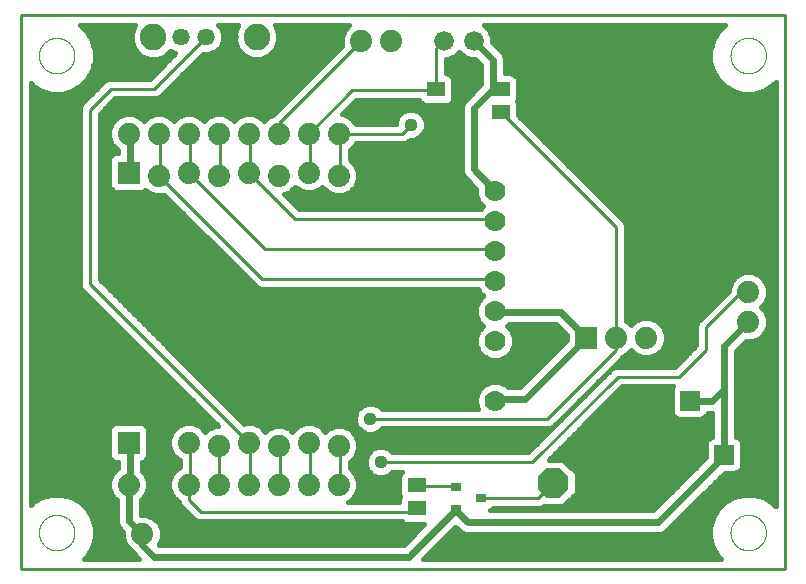
<source format=gtl>
G75*
%MOIN*%
%OFA0B0*%
%FSLAX25Y25*%
%IPPOS*%
%LPD*%
%AMOC8*
5,1,8,0,0,1.08239X$1,22.5*
%
%ADD10C,0.01000*%
%ADD11C,0.00000*%
%ADD12C,0.07400*%
%ADD13C,0.06600*%
%ADD14R,0.05906X0.05118*%
%ADD15R,0.07400X0.07400*%
%ADD16C,0.07000*%
%ADD17OC8,0.10000*%
%ADD18C,0.05750*%
%ADD19C,0.08858*%
%ADD20R,0.06500X0.06500*%
%ADD21C,0.06500*%
%ADD22R,0.03543X0.03150*%
%ADD23C,0.01600*%
%ADD24C,0.04400*%
%ADD25C,0.02400*%
D10*
X0072300Y0018800D02*
X0072300Y0203261D01*
X0327200Y0203261D01*
X0327200Y0018800D01*
X0072300Y0018800D01*
X0108300Y0046800D02*
X0108800Y0047300D01*
X0118300Y0046800D02*
X0118800Y0047300D01*
X0118800Y0059300D01*
X0118300Y0059800D01*
X0108800Y0060300D02*
X0108300Y0060800D01*
X0128300Y0060800D02*
X0128800Y0060300D01*
X0128800Y0047300D01*
X0128300Y0046800D01*
X0128300Y0041800D01*
X0132300Y0037800D01*
X0203040Y0037800D01*
X0204300Y0039060D01*
X0203800Y0039300D01*
X0204800Y0046300D02*
X0204300Y0046540D01*
X0204800Y0046300D02*
X0216800Y0046300D01*
X0217363Y0046040D01*
X0225631Y0042300D02*
X0244800Y0042300D01*
X0249800Y0047300D01*
X0242800Y0054300D02*
X0271300Y0082800D01*
X0291800Y0082800D01*
X0300800Y0091800D01*
X0300800Y0099300D01*
X0311800Y0110300D01*
X0314800Y0110300D01*
X0314800Y0111000D01*
X0314800Y0120300D02*
X0314800Y0121000D01*
X0314800Y0120300D02*
X0290800Y0096300D01*
X0290800Y0095800D01*
X0270800Y0095800D02*
X0270800Y0091800D01*
X0247800Y0068800D01*
X0188800Y0068800D01*
X0178800Y0059300D02*
X0178300Y0059800D01*
X0178800Y0059300D02*
X0178800Y0047300D01*
X0178300Y0046800D01*
X0168800Y0047300D02*
X0168300Y0046800D01*
X0168800Y0047300D02*
X0168800Y0060300D01*
X0168300Y0060800D01*
X0158800Y0059300D02*
X0158300Y0059800D01*
X0158800Y0059300D02*
X0158800Y0047300D01*
X0158300Y0046800D01*
X0148800Y0047300D02*
X0148300Y0046800D01*
X0148800Y0047300D02*
X0148800Y0060300D01*
X0148300Y0060800D01*
X0095300Y0113800D01*
X0095300Y0171800D01*
X0102300Y0178800D01*
X0116800Y0178800D01*
X0134000Y0196000D01*
X0134100Y0196000D01*
X0158300Y0167300D02*
X0158300Y0163800D01*
X0158300Y0167300D02*
X0185800Y0194800D01*
X0182800Y0178300D02*
X0168300Y0163800D01*
X0168800Y0163300D01*
X0168800Y0151300D01*
X0168300Y0150800D01*
X0178300Y0149800D02*
X0178800Y0150300D01*
X0178800Y0163300D01*
X0178300Y0163800D01*
X0199300Y0163800D01*
X0202300Y0166800D01*
X0196800Y0171300D02*
X0194300Y0173800D01*
X0196800Y0171300D02*
X0210560Y0171300D01*
X0210800Y0171060D01*
X0210800Y0161300D01*
X0214300Y0157800D01*
X0232300Y0171060D02*
X0270800Y0132560D01*
X0270800Y0095800D01*
X0260800Y0095800D02*
X0260800Y0096300D01*
X0230800Y0104300D02*
X0230457Y0104713D01*
X0230457Y0114713D02*
X0229800Y0115300D01*
X0152800Y0115300D01*
X0118300Y0149800D01*
X0118800Y0150300D01*
X0118800Y0163300D01*
X0118300Y0163800D01*
X0108800Y0163300D02*
X0108300Y0163800D01*
X0108800Y0151300D02*
X0108300Y0150800D01*
X0128300Y0150800D02*
X0128800Y0151300D01*
X0128800Y0163300D01*
X0128300Y0163800D01*
X0138300Y0163800D02*
X0138800Y0163300D01*
X0138800Y0150300D01*
X0138300Y0149800D01*
X0128300Y0150800D02*
X0153800Y0125300D01*
X0229800Y0125300D01*
X0230457Y0124713D01*
X0230457Y0134713D02*
X0229800Y0135300D01*
X0163800Y0135300D01*
X0148300Y0150800D01*
X0148800Y0151300D01*
X0148800Y0163300D01*
X0148300Y0163800D01*
X0182800Y0178300D02*
X0210800Y0178300D01*
X0210800Y0178540D01*
X0210800Y0192300D01*
X0212800Y0194300D01*
X0213485Y0194800D01*
X0229841Y0178760D02*
X0232300Y0178540D01*
X0285300Y0074800D02*
X0285800Y0074300D01*
X0285800Y0059300D01*
X0288800Y0056300D01*
X0279800Y0047300D01*
X0288800Y0056300D02*
X0296800Y0056300D01*
X0296800Y0056800D01*
X0306800Y0056800D02*
X0306800Y0057300D01*
X0306800Y0056800D02*
X0306800Y0056300D01*
X0242800Y0054300D02*
X0192300Y0054300D01*
X0216800Y0038300D02*
X0217363Y0038560D01*
X0217800Y0038300D01*
X0138300Y0046800D02*
X0138300Y0059800D01*
D11*
X0078394Y0030800D02*
X0078396Y0030953D01*
X0078402Y0031107D01*
X0078412Y0031260D01*
X0078426Y0031412D01*
X0078444Y0031565D01*
X0078466Y0031716D01*
X0078491Y0031867D01*
X0078521Y0032018D01*
X0078555Y0032168D01*
X0078592Y0032316D01*
X0078633Y0032464D01*
X0078678Y0032610D01*
X0078727Y0032756D01*
X0078780Y0032900D01*
X0078836Y0033042D01*
X0078896Y0033183D01*
X0078960Y0033323D01*
X0079027Y0033461D01*
X0079098Y0033597D01*
X0079173Y0033731D01*
X0079250Y0033863D01*
X0079332Y0033993D01*
X0079416Y0034121D01*
X0079504Y0034247D01*
X0079595Y0034370D01*
X0079689Y0034491D01*
X0079787Y0034609D01*
X0079887Y0034725D01*
X0079991Y0034838D01*
X0080097Y0034949D01*
X0080206Y0035057D01*
X0080318Y0035162D01*
X0080432Y0035263D01*
X0080550Y0035362D01*
X0080669Y0035458D01*
X0080791Y0035551D01*
X0080916Y0035640D01*
X0081043Y0035727D01*
X0081172Y0035809D01*
X0081303Y0035889D01*
X0081436Y0035965D01*
X0081571Y0036038D01*
X0081708Y0036107D01*
X0081847Y0036172D01*
X0081987Y0036234D01*
X0082129Y0036292D01*
X0082272Y0036347D01*
X0082417Y0036398D01*
X0082563Y0036445D01*
X0082710Y0036488D01*
X0082858Y0036527D01*
X0083007Y0036563D01*
X0083157Y0036594D01*
X0083308Y0036622D01*
X0083459Y0036646D01*
X0083612Y0036666D01*
X0083764Y0036682D01*
X0083917Y0036694D01*
X0084070Y0036702D01*
X0084223Y0036706D01*
X0084377Y0036706D01*
X0084530Y0036702D01*
X0084683Y0036694D01*
X0084836Y0036682D01*
X0084988Y0036666D01*
X0085141Y0036646D01*
X0085292Y0036622D01*
X0085443Y0036594D01*
X0085593Y0036563D01*
X0085742Y0036527D01*
X0085890Y0036488D01*
X0086037Y0036445D01*
X0086183Y0036398D01*
X0086328Y0036347D01*
X0086471Y0036292D01*
X0086613Y0036234D01*
X0086753Y0036172D01*
X0086892Y0036107D01*
X0087029Y0036038D01*
X0087164Y0035965D01*
X0087297Y0035889D01*
X0087428Y0035809D01*
X0087557Y0035727D01*
X0087684Y0035640D01*
X0087809Y0035551D01*
X0087931Y0035458D01*
X0088050Y0035362D01*
X0088168Y0035263D01*
X0088282Y0035162D01*
X0088394Y0035057D01*
X0088503Y0034949D01*
X0088609Y0034838D01*
X0088713Y0034725D01*
X0088813Y0034609D01*
X0088911Y0034491D01*
X0089005Y0034370D01*
X0089096Y0034247D01*
X0089184Y0034121D01*
X0089268Y0033993D01*
X0089350Y0033863D01*
X0089427Y0033731D01*
X0089502Y0033597D01*
X0089573Y0033461D01*
X0089640Y0033323D01*
X0089704Y0033183D01*
X0089764Y0033042D01*
X0089820Y0032900D01*
X0089873Y0032756D01*
X0089922Y0032610D01*
X0089967Y0032464D01*
X0090008Y0032316D01*
X0090045Y0032168D01*
X0090079Y0032018D01*
X0090109Y0031867D01*
X0090134Y0031716D01*
X0090156Y0031565D01*
X0090174Y0031412D01*
X0090188Y0031260D01*
X0090198Y0031107D01*
X0090204Y0030953D01*
X0090206Y0030800D01*
X0090204Y0030647D01*
X0090198Y0030493D01*
X0090188Y0030340D01*
X0090174Y0030188D01*
X0090156Y0030035D01*
X0090134Y0029884D01*
X0090109Y0029733D01*
X0090079Y0029582D01*
X0090045Y0029432D01*
X0090008Y0029284D01*
X0089967Y0029136D01*
X0089922Y0028990D01*
X0089873Y0028844D01*
X0089820Y0028700D01*
X0089764Y0028558D01*
X0089704Y0028417D01*
X0089640Y0028277D01*
X0089573Y0028139D01*
X0089502Y0028003D01*
X0089427Y0027869D01*
X0089350Y0027737D01*
X0089268Y0027607D01*
X0089184Y0027479D01*
X0089096Y0027353D01*
X0089005Y0027230D01*
X0088911Y0027109D01*
X0088813Y0026991D01*
X0088713Y0026875D01*
X0088609Y0026762D01*
X0088503Y0026651D01*
X0088394Y0026543D01*
X0088282Y0026438D01*
X0088168Y0026337D01*
X0088050Y0026238D01*
X0087931Y0026142D01*
X0087809Y0026049D01*
X0087684Y0025960D01*
X0087557Y0025873D01*
X0087428Y0025791D01*
X0087297Y0025711D01*
X0087164Y0025635D01*
X0087029Y0025562D01*
X0086892Y0025493D01*
X0086753Y0025428D01*
X0086613Y0025366D01*
X0086471Y0025308D01*
X0086328Y0025253D01*
X0086183Y0025202D01*
X0086037Y0025155D01*
X0085890Y0025112D01*
X0085742Y0025073D01*
X0085593Y0025037D01*
X0085443Y0025006D01*
X0085292Y0024978D01*
X0085141Y0024954D01*
X0084988Y0024934D01*
X0084836Y0024918D01*
X0084683Y0024906D01*
X0084530Y0024898D01*
X0084377Y0024894D01*
X0084223Y0024894D01*
X0084070Y0024898D01*
X0083917Y0024906D01*
X0083764Y0024918D01*
X0083612Y0024934D01*
X0083459Y0024954D01*
X0083308Y0024978D01*
X0083157Y0025006D01*
X0083007Y0025037D01*
X0082858Y0025073D01*
X0082710Y0025112D01*
X0082563Y0025155D01*
X0082417Y0025202D01*
X0082272Y0025253D01*
X0082129Y0025308D01*
X0081987Y0025366D01*
X0081847Y0025428D01*
X0081708Y0025493D01*
X0081571Y0025562D01*
X0081436Y0025635D01*
X0081303Y0025711D01*
X0081172Y0025791D01*
X0081043Y0025873D01*
X0080916Y0025960D01*
X0080791Y0026049D01*
X0080669Y0026142D01*
X0080550Y0026238D01*
X0080432Y0026337D01*
X0080318Y0026438D01*
X0080206Y0026543D01*
X0080097Y0026651D01*
X0079991Y0026762D01*
X0079887Y0026875D01*
X0079787Y0026991D01*
X0079689Y0027109D01*
X0079595Y0027230D01*
X0079504Y0027353D01*
X0079416Y0027479D01*
X0079332Y0027607D01*
X0079250Y0027737D01*
X0079173Y0027869D01*
X0079098Y0028003D01*
X0079027Y0028139D01*
X0078960Y0028277D01*
X0078896Y0028417D01*
X0078836Y0028558D01*
X0078780Y0028700D01*
X0078727Y0028844D01*
X0078678Y0028990D01*
X0078633Y0029136D01*
X0078592Y0029284D01*
X0078555Y0029432D01*
X0078521Y0029582D01*
X0078491Y0029733D01*
X0078466Y0029884D01*
X0078444Y0030035D01*
X0078426Y0030188D01*
X0078412Y0030340D01*
X0078402Y0030493D01*
X0078396Y0030647D01*
X0078394Y0030800D01*
X0308894Y0030800D02*
X0308896Y0030953D01*
X0308902Y0031107D01*
X0308912Y0031260D01*
X0308926Y0031412D01*
X0308944Y0031565D01*
X0308966Y0031716D01*
X0308991Y0031867D01*
X0309021Y0032018D01*
X0309055Y0032168D01*
X0309092Y0032316D01*
X0309133Y0032464D01*
X0309178Y0032610D01*
X0309227Y0032756D01*
X0309280Y0032900D01*
X0309336Y0033042D01*
X0309396Y0033183D01*
X0309460Y0033323D01*
X0309527Y0033461D01*
X0309598Y0033597D01*
X0309673Y0033731D01*
X0309750Y0033863D01*
X0309832Y0033993D01*
X0309916Y0034121D01*
X0310004Y0034247D01*
X0310095Y0034370D01*
X0310189Y0034491D01*
X0310287Y0034609D01*
X0310387Y0034725D01*
X0310491Y0034838D01*
X0310597Y0034949D01*
X0310706Y0035057D01*
X0310818Y0035162D01*
X0310932Y0035263D01*
X0311050Y0035362D01*
X0311169Y0035458D01*
X0311291Y0035551D01*
X0311416Y0035640D01*
X0311543Y0035727D01*
X0311672Y0035809D01*
X0311803Y0035889D01*
X0311936Y0035965D01*
X0312071Y0036038D01*
X0312208Y0036107D01*
X0312347Y0036172D01*
X0312487Y0036234D01*
X0312629Y0036292D01*
X0312772Y0036347D01*
X0312917Y0036398D01*
X0313063Y0036445D01*
X0313210Y0036488D01*
X0313358Y0036527D01*
X0313507Y0036563D01*
X0313657Y0036594D01*
X0313808Y0036622D01*
X0313959Y0036646D01*
X0314112Y0036666D01*
X0314264Y0036682D01*
X0314417Y0036694D01*
X0314570Y0036702D01*
X0314723Y0036706D01*
X0314877Y0036706D01*
X0315030Y0036702D01*
X0315183Y0036694D01*
X0315336Y0036682D01*
X0315488Y0036666D01*
X0315641Y0036646D01*
X0315792Y0036622D01*
X0315943Y0036594D01*
X0316093Y0036563D01*
X0316242Y0036527D01*
X0316390Y0036488D01*
X0316537Y0036445D01*
X0316683Y0036398D01*
X0316828Y0036347D01*
X0316971Y0036292D01*
X0317113Y0036234D01*
X0317253Y0036172D01*
X0317392Y0036107D01*
X0317529Y0036038D01*
X0317664Y0035965D01*
X0317797Y0035889D01*
X0317928Y0035809D01*
X0318057Y0035727D01*
X0318184Y0035640D01*
X0318309Y0035551D01*
X0318431Y0035458D01*
X0318550Y0035362D01*
X0318668Y0035263D01*
X0318782Y0035162D01*
X0318894Y0035057D01*
X0319003Y0034949D01*
X0319109Y0034838D01*
X0319213Y0034725D01*
X0319313Y0034609D01*
X0319411Y0034491D01*
X0319505Y0034370D01*
X0319596Y0034247D01*
X0319684Y0034121D01*
X0319768Y0033993D01*
X0319850Y0033863D01*
X0319927Y0033731D01*
X0320002Y0033597D01*
X0320073Y0033461D01*
X0320140Y0033323D01*
X0320204Y0033183D01*
X0320264Y0033042D01*
X0320320Y0032900D01*
X0320373Y0032756D01*
X0320422Y0032610D01*
X0320467Y0032464D01*
X0320508Y0032316D01*
X0320545Y0032168D01*
X0320579Y0032018D01*
X0320609Y0031867D01*
X0320634Y0031716D01*
X0320656Y0031565D01*
X0320674Y0031412D01*
X0320688Y0031260D01*
X0320698Y0031107D01*
X0320704Y0030953D01*
X0320706Y0030800D01*
X0320704Y0030647D01*
X0320698Y0030493D01*
X0320688Y0030340D01*
X0320674Y0030188D01*
X0320656Y0030035D01*
X0320634Y0029884D01*
X0320609Y0029733D01*
X0320579Y0029582D01*
X0320545Y0029432D01*
X0320508Y0029284D01*
X0320467Y0029136D01*
X0320422Y0028990D01*
X0320373Y0028844D01*
X0320320Y0028700D01*
X0320264Y0028558D01*
X0320204Y0028417D01*
X0320140Y0028277D01*
X0320073Y0028139D01*
X0320002Y0028003D01*
X0319927Y0027869D01*
X0319850Y0027737D01*
X0319768Y0027607D01*
X0319684Y0027479D01*
X0319596Y0027353D01*
X0319505Y0027230D01*
X0319411Y0027109D01*
X0319313Y0026991D01*
X0319213Y0026875D01*
X0319109Y0026762D01*
X0319003Y0026651D01*
X0318894Y0026543D01*
X0318782Y0026438D01*
X0318668Y0026337D01*
X0318550Y0026238D01*
X0318431Y0026142D01*
X0318309Y0026049D01*
X0318184Y0025960D01*
X0318057Y0025873D01*
X0317928Y0025791D01*
X0317797Y0025711D01*
X0317664Y0025635D01*
X0317529Y0025562D01*
X0317392Y0025493D01*
X0317253Y0025428D01*
X0317113Y0025366D01*
X0316971Y0025308D01*
X0316828Y0025253D01*
X0316683Y0025202D01*
X0316537Y0025155D01*
X0316390Y0025112D01*
X0316242Y0025073D01*
X0316093Y0025037D01*
X0315943Y0025006D01*
X0315792Y0024978D01*
X0315641Y0024954D01*
X0315488Y0024934D01*
X0315336Y0024918D01*
X0315183Y0024906D01*
X0315030Y0024898D01*
X0314877Y0024894D01*
X0314723Y0024894D01*
X0314570Y0024898D01*
X0314417Y0024906D01*
X0314264Y0024918D01*
X0314112Y0024934D01*
X0313959Y0024954D01*
X0313808Y0024978D01*
X0313657Y0025006D01*
X0313507Y0025037D01*
X0313358Y0025073D01*
X0313210Y0025112D01*
X0313063Y0025155D01*
X0312917Y0025202D01*
X0312772Y0025253D01*
X0312629Y0025308D01*
X0312487Y0025366D01*
X0312347Y0025428D01*
X0312208Y0025493D01*
X0312071Y0025562D01*
X0311936Y0025635D01*
X0311803Y0025711D01*
X0311672Y0025791D01*
X0311543Y0025873D01*
X0311416Y0025960D01*
X0311291Y0026049D01*
X0311169Y0026142D01*
X0311050Y0026238D01*
X0310932Y0026337D01*
X0310818Y0026438D01*
X0310706Y0026543D01*
X0310597Y0026651D01*
X0310491Y0026762D01*
X0310387Y0026875D01*
X0310287Y0026991D01*
X0310189Y0027109D01*
X0310095Y0027230D01*
X0310004Y0027353D01*
X0309916Y0027479D01*
X0309832Y0027607D01*
X0309750Y0027737D01*
X0309673Y0027869D01*
X0309598Y0028003D01*
X0309527Y0028139D01*
X0309460Y0028277D01*
X0309396Y0028417D01*
X0309336Y0028558D01*
X0309280Y0028700D01*
X0309227Y0028844D01*
X0309178Y0028990D01*
X0309133Y0029136D01*
X0309092Y0029284D01*
X0309055Y0029432D01*
X0309021Y0029582D01*
X0308991Y0029733D01*
X0308966Y0029884D01*
X0308944Y0030035D01*
X0308926Y0030188D01*
X0308912Y0030340D01*
X0308902Y0030493D01*
X0308896Y0030647D01*
X0308894Y0030800D01*
X0308894Y0189800D02*
X0308896Y0189953D01*
X0308902Y0190107D01*
X0308912Y0190260D01*
X0308926Y0190412D01*
X0308944Y0190565D01*
X0308966Y0190716D01*
X0308991Y0190867D01*
X0309021Y0191018D01*
X0309055Y0191168D01*
X0309092Y0191316D01*
X0309133Y0191464D01*
X0309178Y0191610D01*
X0309227Y0191756D01*
X0309280Y0191900D01*
X0309336Y0192042D01*
X0309396Y0192183D01*
X0309460Y0192323D01*
X0309527Y0192461D01*
X0309598Y0192597D01*
X0309673Y0192731D01*
X0309750Y0192863D01*
X0309832Y0192993D01*
X0309916Y0193121D01*
X0310004Y0193247D01*
X0310095Y0193370D01*
X0310189Y0193491D01*
X0310287Y0193609D01*
X0310387Y0193725D01*
X0310491Y0193838D01*
X0310597Y0193949D01*
X0310706Y0194057D01*
X0310818Y0194162D01*
X0310932Y0194263D01*
X0311050Y0194362D01*
X0311169Y0194458D01*
X0311291Y0194551D01*
X0311416Y0194640D01*
X0311543Y0194727D01*
X0311672Y0194809D01*
X0311803Y0194889D01*
X0311936Y0194965D01*
X0312071Y0195038D01*
X0312208Y0195107D01*
X0312347Y0195172D01*
X0312487Y0195234D01*
X0312629Y0195292D01*
X0312772Y0195347D01*
X0312917Y0195398D01*
X0313063Y0195445D01*
X0313210Y0195488D01*
X0313358Y0195527D01*
X0313507Y0195563D01*
X0313657Y0195594D01*
X0313808Y0195622D01*
X0313959Y0195646D01*
X0314112Y0195666D01*
X0314264Y0195682D01*
X0314417Y0195694D01*
X0314570Y0195702D01*
X0314723Y0195706D01*
X0314877Y0195706D01*
X0315030Y0195702D01*
X0315183Y0195694D01*
X0315336Y0195682D01*
X0315488Y0195666D01*
X0315641Y0195646D01*
X0315792Y0195622D01*
X0315943Y0195594D01*
X0316093Y0195563D01*
X0316242Y0195527D01*
X0316390Y0195488D01*
X0316537Y0195445D01*
X0316683Y0195398D01*
X0316828Y0195347D01*
X0316971Y0195292D01*
X0317113Y0195234D01*
X0317253Y0195172D01*
X0317392Y0195107D01*
X0317529Y0195038D01*
X0317664Y0194965D01*
X0317797Y0194889D01*
X0317928Y0194809D01*
X0318057Y0194727D01*
X0318184Y0194640D01*
X0318309Y0194551D01*
X0318431Y0194458D01*
X0318550Y0194362D01*
X0318668Y0194263D01*
X0318782Y0194162D01*
X0318894Y0194057D01*
X0319003Y0193949D01*
X0319109Y0193838D01*
X0319213Y0193725D01*
X0319313Y0193609D01*
X0319411Y0193491D01*
X0319505Y0193370D01*
X0319596Y0193247D01*
X0319684Y0193121D01*
X0319768Y0192993D01*
X0319850Y0192863D01*
X0319927Y0192731D01*
X0320002Y0192597D01*
X0320073Y0192461D01*
X0320140Y0192323D01*
X0320204Y0192183D01*
X0320264Y0192042D01*
X0320320Y0191900D01*
X0320373Y0191756D01*
X0320422Y0191610D01*
X0320467Y0191464D01*
X0320508Y0191316D01*
X0320545Y0191168D01*
X0320579Y0191018D01*
X0320609Y0190867D01*
X0320634Y0190716D01*
X0320656Y0190565D01*
X0320674Y0190412D01*
X0320688Y0190260D01*
X0320698Y0190107D01*
X0320704Y0189953D01*
X0320706Y0189800D01*
X0320704Y0189647D01*
X0320698Y0189493D01*
X0320688Y0189340D01*
X0320674Y0189188D01*
X0320656Y0189035D01*
X0320634Y0188884D01*
X0320609Y0188733D01*
X0320579Y0188582D01*
X0320545Y0188432D01*
X0320508Y0188284D01*
X0320467Y0188136D01*
X0320422Y0187990D01*
X0320373Y0187844D01*
X0320320Y0187700D01*
X0320264Y0187558D01*
X0320204Y0187417D01*
X0320140Y0187277D01*
X0320073Y0187139D01*
X0320002Y0187003D01*
X0319927Y0186869D01*
X0319850Y0186737D01*
X0319768Y0186607D01*
X0319684Y0186479D01*
X0319596Y0186353D01*
X0319505Y0186230D01*
X0319411Y0186109D01*
X0319313Y0185991D01*
X0319213Y0185875D01*
X0319109Y0185762D01*
X0319003Y0185651D01*
X0318894Y0185543D01*
X0318782Y0185438D01*
X0318668Y0185337D01*
X0318550Y0185238D01*
X0318431Y0185142D01*
X0318309Y0185049D01*
X0318184Y0184960D01*
X0318057Y0184873D01*
X0317928Y0184791D01*
X0317797Y0184711D01*
X0317664Y0184635D01*
X0317529Y0184562D01*
X0317392Y0184493D01*
X0317253Y0184428D01*
X0317113Y0184366D01*
X0316971Y0184308D01*
X0316828Y0184253D01*
X0316683Y0184202D01*
X0316537Y0184155D01*
X0316390Y0184112D01*
X0316242Y0184073D01*
X0316093Y0184037D01*
X0315943Y0184006D01*
X0315792Y0183978D01*
X0315641Y0183954D01*
X0315488Y0183934D01*
X0315336Y0183918D01*
X0315183Y0183906D01*
X0315030Y0183898D01*
X0314877Y0183894D01*
X0314723Y0183894D01*
X0314570Y0183898D01*
X0314417Y0183906D01*
X0314264Y0183918D01*
X0314112Y0183934D01*
X0313959Y0183954D01*
X0313808Y0183978D01*
X0313657Y0184006D01*
X0313507Y0184037D01*
X0313358Y0184073D01*
X0313210Y0184112D01*
X0313063Y0184155D01*
X0312917Y0184202D01*
X0312772Y0184253D01*
X0312629Y0184308D01*
X0312487Y0184366D01*
X0312347Y0184428D01*
X0312208Y0184493D01*
X0312071Y0184562D01*
X0311936Y0184635D01*
X0311803Y0184711D01*
X0311672Y0184791D01*
X0311543Y0184873D01*
X0311416Y0184960D01*
X0311291Y0185049D01*
X0311169Y0185142D01*
X0311050Y0185238D01*
X0310932Y0185337D01*
X0310818Y0185438D01*
X0310706Y0185543D01*
X0310597Y0185651D01*
X0310491Y0185762D01*
X0310387Y0185875D01*
X0310287Y0185991D01*
X0310189Y0186109D01*
X0310095Y0186230D01*
X0310004Y0186353D01*
X0309916Y0186479D01*
X0309832Y0186607D01*
X0309750Y0186737D01*
X0309673Y0186869D01*
X0309598Y0187003D01*
X0309527Y0187139D01*
X0309460Y0187277D01*
X0309396Y0187417D01*
X0309336Y0187558D01*
X0309280Y0187700D01*
X0309227Y0187844D01*
X0309178Y0187990D01*
X0309133Y0188136D01*
X0309092Y0188284D01*
X0309055Y0188432D01*
X0309021Y0188582D01*
X0308991Y0188733D01*
X0308966Y0188884D01*
X0308944Y0189035D01*
X0308926Y0189188D01*
X0308912Y0189340D01*
X0308902Y0189493D01*
X0308896Y0189647D01*
X0308894Y0189800D01*
X0078394Y0189800D02*
X0078396Y0189953D01*
X0078402Y0190107D01*
X0078412Y0190260D01*
X0078426Y0190412D01*
X0078444Y0190565D01*
X0078466Y0190716D01*
X0078491Y0190867D01*
X0078521Y0191018D01*
X0078555Y0191168D01*
X0078592Y0191316D01*
X0078633Y0191464D01*
X0078678Y0191610D01*
X0078727Y0191756D01*
X0078780Y0191900D01*
X0078836Y0192042D01*
X0078896Y0192183D01*
X0078960Y0192323D01*
X0079027Y0192461D01*
X0079098Y0192597D01*
X0079173Y0192731D01*
X0079250Y0192863D01*
X0079332Y0192993D01*
X0079416Y0193121D01*
X0079504Y0193247D01*
X0079595Y0193370D01*
X0079689Y0193491D01*
X0079787Y0193609D01*
X0079887Y0193725D01*
X0079991Y0193838D01*
X0080097Y0193949D01*
X0080206Y0194057D01*
X0080318Y0194162D01*
X0080432Y0194263D01*
X0080550Y0194362D01*
X0080669Y0194458D01*
X0080791Y0194551D01*
X0080916Y0194640D01*
X0081043Y0194727D01*
X0081172Y0194809D01*
X0081303Y0194889D01*
X0081436Y0194965D01*
X0081571Y0195038D01*
X0081708Y0195107D01*
X0081847Y0195172D01*
X0081987Y0195234D01*
X0082129Y0195292D01*
X0082272Y0195347D01*
X0082417Y0195398D01*
X0082563Y0195445D01*
X0082710Y0195488D01*
X0082858Y0195527D01*
X0083007Y0195563D01*
X0083157Y0195594D01*
X0083308Y0195622D01*
X0083459Y0195646D01*
X0083612Y0195666D01*
X0083764Y0195682D01*
X0083917Y0195694D01*
X0084070Y0195702D01*
X0084223Y0195706D01*
X0084377Y0195706D01*
X0084530Y0195702D01*
X0084683Y0195694D01*
X0084836Y0195682D01*
X0084988Y0195666D01*
X0085141Y0195646D01*
X0085292Y0195622D01*
X0085443Y0195594D01*
X0085593Y0195563D01*
X0085742Y0195527D01*
X0085890Y0195488D01*
X0086037Y0195445D01*
X0086183Y0195398D01*
X0086328Y0195347D01*
X0086471Y0195292D01*
X0086613Y0195234D01*
X0086753Y0195172D01*
X0086892Y0195107D01*
X0087029Y0195038D01*
X0087164Y0194965D01*
X0087297Y0194889D01*
X0087428Y0194809D01*
X0087557Y0194727D01*
X0087684Y0194640D01*
X0087809Y0194551D01*
X0087931Y0194458D01*
X0088050Y0194362D01*
X0088168Y0194263D01*
X0088282Y0194162D01*
X0088394Y0194057D01*
X0088503Y0193949D01*
X0088609Y0193838D01*
X0088713Y0193725D01*
X0088813Y0193609D01*
X0088911Y0193491D01*
X0089005Y0193370D01*
X0089096Y0193247D01*
X0089184Y0193121D01*
X0089268Y0192993D01*
X0089350Y0192863D01*
X0089427Y0192731D01*
X0089502Y0192597D01*
X0089573Y0192461D01*
X0089640Y0192323D01*
X0089704Y0192183D01*
X0089764Y0192042D01*
X0089820Y0191900D01*
X0089873Y0191756D01*
X0089922Y0191610D01*
X0089967Y0191464D01*
X0090008Y0191316D01*
X0090045Y0191168D01*
X0090079Y0191018D01*
X0090109Y0190867D01*
X0090134Y0190716D01*
X0090156Y0190565D01*
X0090174Y0190412D01*
X0090188Y0190260D01*
X0090198Y0190107D01*
X0090204Y0189953D01*
X0090206Y0189800D01*
X0090204Y0189647D01*
X0090198Y0189493D01*
X0090188Y0189340D01*
X0090174Y0189188D01*
X0090156Y0189035D01*
X0090134Y0188884D01*
X0090109Y0188733D01*
X0090079Y0188582D01*
X0090045Y0188432D01*
X0090008Y0188284D01*
X0089967Y0188136D01*
X0089922Y0187990D01*
X0089873Y0187844D01*
X0089820Y0187700D01*
X0089764Y0187558D01*
X0089704Y0187417D01*
X0089640Y0187277D01*
X0089573Y0187139D01*
X0089502Y0187003D01*
X0089427Y0186869D01*
X0089350Y0186737D01*
X0089268Y0186607D01*
X0089184Y0186479D01*
X0089096Y0186353D01*
X0089005Y0186230D01*
X0088911Y0186109D01*
X0088813Y0185991D01*
X0088713Y0185875D01*
X0088609Y0185762D01*
X0088503Y0185651D01*
X0088394Y0185543D01*
X0088282Y0185438D01*
X0088168Y0185337D01*
X0088050Y0185238D01*
X0087931Y0185142D01*
X0087809Y0185049D01*
X0087684Y0184960D01*
X0087557Y0184873D01*
X0087428Y0184791D01*
X0087297Y0184711D01*
X0087164Y0184635D01*
X0087029Y0184562D01*
X0086892Y0184493D01*
X0086753Y0184428D01*
X0086613Y0184366D01*
X0086471Y0184308D01*
X0086328Y0184253D01*
X0086183Y0184202D01*
X0086037Y0184155D01*
X0085890Y0184112D01*
X0085742Y0184073D01*
X0085593Y0184037D01*
X0085443Y0184006D01*
X0085292Y0183978D01*
X0085141Y0183954D01*
X0084988Y0183934D01*
X0084836Y0183918D01*
X0084683Y0183906D01*
X0084530Y0183898D01*
X0084377Y0183894D01*
X0084223Y0183894D01*
X0084070Y0183898D01*
X0083917Y0183906D01*
X0083764Y0183918D01*
X0083612Y0183934D01*
X0083459Y0183954D01*
X0083308Y0183978D01*
X0083157Y0184006D01*
X0083007Y0184037D01*
X0082858Y0184073D01*
X0082710Y0184112D01*
X0082563Y0184155D01*
X0082417Y0184202D01*
X0082272Y0184253D01*
X0082129Y0184308D01*
X0081987Y0184366D01*
X0081847Y0184428D01*
X0081708Y0184493D01*
X0081571Y0184562D01*
X0081436Y0184635D01*
X0081303Y0184711D01*
X0081172Y0184791D01*
X0081043Y0184873D01*
X0080916Y0184960D01*
X0080791Y0185049D01*
X0080669Y0185142D01*
X0080550Y0185238D01*
X0080432Y0185337D01*
X0080318Y0185438D01*
X0080206Y0185543D01*
X0080097Y0185651D01*
X0079991Y0185762D01*
X0079887Y0185875D01*
X0079787Y0185991D01*
X0079689Y0186109D01*
X0079595Y0186230D01*
X0079504Y0186353D01*
X0079416Y0186479D01*
X0079332Y0186607D01*
X0079250Y0186737D01*
X0079173Y0186869D01*
X0079098Y0187003D01*
X0079027Y0187139D01*
X0078960Y0187277D01*
X0078896Y0187417D01*
X0078836Y0187558D01*
X0078780Y0187700D01*
X0078727Y0187844D01*
X0078678Y0187990D01*
X0078633Y0188136D01*
X0078592Y0188284D01*
X0078555Y0188432D01*
X0078521Y0188582D01*
X0078491Y0188733D01*
X0078466Y0188884D01*
X0078444Y0189035D01*
X0078426Y0189188D01*
X0078412Y0189340D01*
X0078402Y0189493D01*
X0078396Y0189647D01*
X0078394Y0189800D01*
D12*
X0108300Y0163800D03*
X0118300Y0163800D03*
X0128300Y0163800D03*
X0138300Y0163800D03*
X0148300Y0163800D03*
X0158300Y0163800D03*
X0168300Y0163800D03*
X0178300Y0163800D03*
X0168300Y0150800D03*
X0158300Y0149800D03*
X0148300Y0150800D03*
X0138300Y0149800D03*
X0128300Y0150800D03*
X0118300Y0149800D03*
X0178300Y0149800D03*
X0185800Y0194800D03*
X0195800Y0194800D03*
X0314800Y0121000D03*
X0314800Y0111000D03*
X0314800Y0101000D03*
X0290800Y0095800D03*
X0280800Y0095800D03*
X0270800Y0095800D03*
X0178300Y0059800D03*
X0168300Y0060800D03*
X0158300Y0059800D03*
X0148300Y0060800D03*
X0138300Y0059800D03*
X0128300Y0060800D03*
X0118300Y0059800D03*
X0118300Y0046800D03*
X0108300Y0046800D03*
X0128300Y0046800D03*
X0138300Y0046800D03*
X0148300Y0046800D03*
X0158300Y0046800D03*
X0168300Y0046800D03*
X0178300Y0046800D03*
X0122800Y0030300D03*
X0112800Y0030300D03*
D13*
X0213485Y0194800D03*
X0223328Y0194800D03*
D14*
X0232300Y0178540D03*
X0232300Y0171060D03*
X0210800Y0171060D03*
X0210800Y0178540D03*
X0204300Y0046540D03*
X0204300Y0039060D03*
D15*
X0260800Y0095800D03*
X0108300Y0060800D03*
X0108300Y0150800D03*
D16*
X0230457Y0144713D03*
X0230457Y0134713D03*
X0230457Y0124713D03*
X0230457Y0114713D03*
X0230457Y0104713D03*
X0230457Y0094713D03*
X0230457Y0084713D03*
X0230457Y0074713D03*
D17*
X0249800Y0047300D03*
X0279800Y0047300D03*
D18*
X0142174Y0196000D03*
X0134100Y0196000D03*
X0125570Y0196000D03*
D19*
X0116515Y0195850D03*
X0150942Y0196000D03*
D20*
X0295300Y0074800D03*
X0306800Y0056800D03*
D21*
X0296800Y0056800D03*
X0285300Y0074800D03*
D22*
X0225631Y0042300D03*
X0217363Y0046040D03*
X0217363Y0038560D03*
D23*
X0217202Y0032742D02*
X0217909Y0032034D01*
X0219034Y0030909D01*
X0220504Y0030300D01*
X0285596Y0030300D01*
X0287066Y0030909D01*
X0292191Y0036034D01*
X0292191Y0036034D01*
X0293191Y0037034D01*
X0293191Y0037034D01*
X0306907Y0050750D01*
X0310607Y0050750D01*
X0311636Y0051176D01*
X0312424Y0051964D01*
X0312850Y0052993D01*
X0312850Y0060607D01*
X0312424Y0061636D01*
X0311636Y0062424D01*
X0310800Y0062770D01*
X0310800Y0091343D01*
X0313957Y0094500D01*
X0316093Y0094500D01*
X0318482Y0095490D01*
X0320310Y0097318D01*
X0321300Y0099707D01*
X0321300Y0102293D01*
X0320310Y0104682D01*
X0318992Y0106000D01*
X0320310Y0107318D01*
X0321300Y0109707D01*
X0321300Y0112293D01*
X0320310Y0114682D01*
X0318482Y0116510D01*
X0316093Y0117500D01*
X0313507Y0117500D01*
X0311118Y0116510D01*
X0309290Y0114682D01*
X0308300Y0112293D01*
X0308300Y0111467D01*
X0298931Y0102098D01*
X0298002Y0101169D01*
X0297500Y0099956D01*
X0297500Y0093167D01*
X0290433Y0086100D01*
X0270644Y0086100D01*
X0269431Y0085598D01*
X0241433Y0057600D01*
X0196071Y0057600D01*
X0195132Y0058539D01*
X0193295Y0059300D01*
X0191305Y0059300D01*
X0189468Y0058539D01*
X0188061Y0057132D01*
X0187300Y0055295D01*
X0187300Y0053305D01*
X0188061Y0051468D01*
X0189468Y0050061D01*
X0191305Y0049300D01*
X0193295Y0049300D01*
X0195132Y0050061D01*
X0196071Y0051000D01*
X0199288Y0051000D01*
X0198974Y0050685D01*
X0198547Y0049656D01*
X0198547Y0043424D01*
X0198806Y0042800D01*
X0198547Y0042176D01*
X0198547Y0041100D01*
X0181524Y0041100D01*
X0181982Y0041290D01*
X0183810Y0043118D01*
X0184800Y0045507D01*
X0184800Y0048093D01*
X0183810Y0050482D01*
X0182100Y0052192D01*
X0182100Y0054408D01*
X0183810Y0056118D01*
X0184800Y0058507D01*
X0184800Y0061093D01*
X0183810Y0063482D01*
X0181982Y0065310D01*
X0179593Y0066300D01*
X0177007Y0066300D01*
X0174618Y0065310D01*
X0173800Y0064492D01*
X0171982Y0066310D01*
X0169593Y0067300D01*
X0167007Y0067300D01*
X0164618Y0066310D01*
X0162800Y0064492D01*
X0161982Y0065310D01*
X0159593Y0066300D01*
X0157007Y0066300D01*
X0154618Y0065310D01*
X0153800Y0064492D01*
X0151982Y0066310D01*
X0149593Y0067300D01*
X0147007Y0067300D01*
X0146625Y0067142D01*
X0098600Y0115167D01*
X0098600Y0170433D01*
X0103667Y0175500D01*
X0117456Y0175500D01*
X0118669Y0176002D01*
X0119598Y0176931D01*
X0132992Y0190325D01*
X0135229Y0190325D01*
X0137315Y0191189D01*
X0138911Y0192785D01*
X0139775Y0194871D01*
X0139775Y0197129D01*
X0138911Y0199215D01*
X0138165Y0199961D01*
X0144758Y0199961D01*
X0143713Y0197438D01*
X0143713Y0194562D01*
X0144813Y0191905D01*
X0146847Y0189871D01*
X0149504Y0188771D01*
X0152380Y0188771D01*
X0155037Y0189871D01*
X0157070Y0191905D01*
X0158171Y0194562D01*
X0158171Y0197438D01*
X0157126Y0199961D01*
X0181768Y0199961D01*
X0180290Y0198482D01*
X0179300Y0196093D01*
X0179300Y0193507D01*
X0179458Y0193125D01*
X0156431Y0170098D01*
X0156369Y0170036D01*
X0154618Y0169310D01*
X0153300Y0167992D01*
X0151982Y0169310D01*
X0149593Y0170300D01*
X0147007Y0170300D01*
X0144618Y0169310D01*
X0143300Y0167992D01*
X0141982Y0169310D01*
X0139593Y0170300D01*
X0137007Y0170300D01*
X0134618Y0169310D01*
X0133300Y0167992D01*
X0131982Y0169310D01*
X0129593Y0170300D01*
X0127007Y0170300D01*
X0124618Y0169310D01*
X0123300Y0167992D01*
X0121982Y0169310D01*
X0119593Y0170300D01*
X0117007Y0170300D01*
X0114618Y0169310D01*
X0113300Y0167992D01*
X0111982Y0169310D01*
X0109593Y0170300D01*
X0107007Y0170300D01*
X0104618Y0169310D01*
X0102790Y0167482D01*
X0101800Y0165093D01*
X0101800Y0162507D01*
X0102790Y0160118D01*
X0104618Y0158290D01*
X0104800Y0158214D01*
X0104800Y0157300D01*
X0104043Y0157300D01*
X0103014Y0156874D01*
X0102226Y0156086D01*
X0101800Y0155057D01*
X0101800Y0146543D01*
X0102226Y0145514D01*
X0103014Y0144726D01*
X0104043Y0144300D01*
X0112557Y0144300D01*
X0113586Y0144726D01*
X0113884Y0145024D01*
X0114618Y0144290D01*
X0117007Y0143300D01*
X0119593Y0143300D01*
X0119975Y0143458D01*
X0150931Y0112502D01*
X0152144Y0112000D01*
X0224762Y0112000D01*
X0225117Y0111145D01*
X0226548Y0109713D01*
X0225117Y0108282D01*
X0224157Y0105967D01*
X0224157Y0103460D01*
X0225117Y0101145D01*
X0226548Y0099713D01*
X0225117Y0098282D01*
X0224157Y0095967D01*
X0224157Y0093460D01*
X0225117Y0091145D01*
X0226889Y0089373D01*
X0229204Y0088413D01*
X0231711Y0088413D01*
X0234026Y0089373D01*
X0235798Y0091145D01*
X0236757Y0093460D01*
X0236757Y0095967D01*
X0235798Y0098282D01*
X0234367Y0099713D01*
X0234954Y0100300D01*
X0250643Y0100300D01*
X0254300Y0096643D01*
X0254300Y0094957D01*
X0238643Y0079300D01*
X0234780Y0079300D01*
X0234026Y0080054D01*
X0231711Y0081013D01*
X0229204Y0081013D01*
X0226889Y0080054D01*
X0225117Y0078282D01*
X0224157Y0075967D01*
X0224157Y0073460D01*
X0224721Y0072100D01*
X0192571Y0072100D01*
X0191632Y0073039D01*
X0189795Y0073800D01*
X0187805Y0073800D01*
X0185968Y0073039D01*
X0184561Y0071632D01*
X0183800Y0069795D01*
X0183800Y0067805D01*
X0184561Y0065968D01*
X0185968Y0064561D01*
X0187805Y0063800D01*
X0189795Y0063800D01*
X0191632Y0064561D01*
X0192571Y0065500D01*
X0248456Y0065500D01*
X0249669Y0066002D01*
X0272669Y0089002D01*
X0273585Y0089918D01*
X0274482Y0090290D01*
X0275800Y0091608D01*
X0277118Y0090290D01*
X0279507Y0089300D01*
X0282093Y0089300D01*
X0284482Y0090290D01*
X0286310Y0092118D01*
X0287300Y0094507D01*
X0287300Y0097093D01*
X0286310Y0099482D01*
X0284482Y0101310D01*
X0282093Y0102300D01*
X0279507Y0102300D01*
X0277118Y0101310D01*
X0275800Y0099992D01*
X0274482Y0101310D01*
X0274100Y0101469D01*
X0274100Y0133216D01*
X0273598Y0134429D01*
X0238053Y0169974D01*
X0238053Y0174176D01*
X0237794Y0174800D01*
X0238053Y0175424D01*
X0238053Y0181656D01*
X0237626Y0182685D01*
X0236839Y0183473D01*
X0235810Y0183899D01*
X0233841Y0183899D01*
X0233841Y0189082D01*
X0233232Y0190552D01*
X0229428Y0194357D01*
X0229428Y0196013D01*
X0228499Y0198255D01*
X0226794Y0199961D01*
X0307114Y0199961D01*
X0307037Y0199917D01*
X0304683Y0197563D01*
X0303019Y0194680D01*
X0302157Y0191464D01*
X0302157Y0188136D01*
X0303019Y0184920D01*
X0304683Y0182037D01*
X0307037Y0179683D01*
X0309920Y0178019D01*
X0313136Y0177157D01*
X0316464Y0177157D01*
X0319680Y0178019D01*
X0322563Y0179683D01*
X0323900Y0181021D01*
X0323900Y0039579D01*
X0322563Y0040917D01*
X0319680Y0042581D01*
X0316464Y0043443D01*
X0313136Y0043443D01*
X0309920Y0042581D01*
X0307037Y0040917D01*
X0304683Y0038563D01*
X0303019Y0035680D01*
X0302157Y0032464D01*
X0302157Y0029136D01*
X0303019Y0025920D01*
X0304683Y0023037D01*
X0305621Y0022100D01*
X0206560Y0022100D01*
X0217202Y0032742D01*
X0218271Y0031672D02*
X0216132Y0031672D01*
X0214533Y0030073D02*
X0302157Y0030073D01*
X0302157Y0031672D02*
X0287829Y0031672D01*
X0289427Y0033270D02*
X0302373Y0033270D01*
X0302802Y0034869D02*
X0291026Y0034869D01*
X0292624Y0036467D02*
X0303474Y0036467D01*
X0304397Y0038066D02*
X0294223Y0038066D01*
X0295821Y0039664D02*
X0305785Y0039664D01*
X0307637Y0041263D02*
X0297420Y0041263D01*
X0299018Y0042861D02*
X0310966Y0042861D01*
X0305412Y0049255D02*
X0323900Y0049255D01*
X0323900Y0047657D02*
X0303814Y0047657D01*
X0302215Y0046058D02*
X0323900Y0046058D01*
X0323900Y0044460D02*
X0300617Y0044460D01*
X0294098Y0049255D02*
X0257600Y0049255D01*
X0257600Y0050531D02*
X0253031Y0055100D01*
X0248267Y0055100D01*
X0272667Y0079500D01*
X0289620Y0079500D01*
X0289250Y0078607D01*
X0289250Y0070993D01*
X0289676Y0069964D01*
X0290464Y0069176D01*
X0291493Y0068750D01*
X0299107Y0068750D01*
X0300136Y0069176D01*
X0300924Y0069964D01*
X0301270Y0070800D01*
X0302800Y0070800D01*
X0302800Y0062770D01*
X0301964Y0062424D01*
X0301176Y0061636D01*
X0300750Y0060607D01*
X0300750Y0055907D01*
X0287534Y0042691D01*
X0286534Y0041691D01*
X0283143Y0038300D01*
X0228864Y0038300D01*
X0228988Y0038351D01*
X0229637Y0039000D01*
X0245456Y0039000D01*
X0246663Y0039500D01*
X0253031Y0039500D01*
X0257600Y0044069D01*
X0257600Y0050531D01*
X0257277Y0050854D02*
X0295697Y0050854D01*
X0297296Y0052452D02*
X0255678Y0052452D01*
X0254080Y0054051D02*
X0298894Y0054051D01*
X0300493Y0055649D02*
X0248816Y0055649D01*
X0250415Y0057248D02*
X0300750Y0057248D01*
X0300750Y0058846D02*
X0252013Y0058846D01*
X0253612Y0060445D02*
X0300750Y0060445D01*
X0301584Y0062043D02*
X0255210Y0062043D01*
X0256809Y0063642D02*
X0302800Y0063642D01*
X0302800Y0065240D02*
X0258407Y0065240D01*
X0260006Y0066839D02*
X0302800Y0066839D01*
X0302800Y0068437D02*
X0261604Y0068437D01*
X0263203Y0070036D02*
X0289646Y0070036D01*
X0289250Y0071634D02*
X0264801Y0071634D01*
X0266400Y0073233D02*
X0289250Y0073233D01*
X0289250Y0074832D02*
X0267998Y0074832D01*
X0269597Y0076430D02*
X0289250Y0076430D01*
X0289250Y0078029D02*
X0271195Y0078029D01*
X0266657Y0082824D02*
X0266491Y0082824D01*
X0265059Y0081226D02*
X0264892Y0081226D01*
X0263460Y0079627D02*
X0263294Y0079627D01*
X0261862Y0078029D02*
X0261695Y0078029D01*
X0260263Y0076430D02*
X0260097Y0076430D01*
X0258665Y0074832D02*
X0258498Y0074832D01*
X0257066Y0073233D02*
X0256900Y0073233D01*
X0255468Y0071634D02*
X0255301Y0071634D01*
X0253869Y0070036D02*
X0253703Y0070036D01*
X0252271Y0068437D02*
X0252104Y0068437D01*
X0250672Y0066839D02*
X0250506Y0066839D01*
X0249074Y0065240D02*
X0192312Y0065240D01*
X0185288Y0065240D02*
X0182052Y0065240D01*
X0183650Y0063642D02*
X0247475Y0063642D01*
X0245877Y0062043D02*
X0184406Y0062043D01*
X0184800Y0060445D02*
X0244278Y0060445D01*
X0242680Y0058846D02*
X0194390Y0058846D01*
X0190210Y0058846D02*
X0184800Y0058846D01*
X0184278Y0057248D02*
X0188177Y0057248D01*
X0187447Y0055649D02*
X0183342Y0055649D01*
X0182100Y0054051D02*
X0187300Y0054051D01*
X0187653Y0052452D02*
X0182100Y0052452D01*
X0183439Y0050854D02*
X0188675Y0050854D01*
X0184319Y0049255D02*
X0198547Y0049255D01*
X0198547Y0047657D02*
X0184800Y0047657D01*
X0184800Y0046058D02*
X0198547Y0046058D01*
X0198547Y0044460D02*
X0184366Y0044460D01*
X0183554Y0042861D02*
X0198780Y0042861D01*
X0198547Y0041263D02*
X0181917Y0041263D01*
X0195925Y0050854D02*
X0199142Y0050854D01*
X0199388Y0034500D02*
X0199761Y0034127D01*
X0200790Y0033701D01*
X0206847Y0033701D01*
X0199946Y0026800D01*
X0118457Y0026800D01*
X0118407Y0026850D01*
X0119300Y0029007D01*
X0119300Y0031593D01*
X0118310Y0033982D01*
X0116482Y0035810D01*
X0114093Y0036800D01*
X0112300Y0036800D01*
X0112300Y0041608D01*
X0113810Y0043118D01*
X0114800Y0045507D01*
X0114800Y0048093D01*
X0113810Y0050482D01*
X0112800Y0051492D01*
X0112800Y0054401D01*
X0113586Y0054726D01*
X0114374Y0055514D01*
X0114800Y0056543D01*
X0114800Y0065057D01*
X0114374Y0066086D01*
X0113586Y0066874D01*
X0112557Y0067300D01*
X0104043Y0067300D01*
X0103014Y0066874D01*
X0102226Y0066086D01*
X0101800Y0065057D01*
X0101800Y0056543D01*
X0102226Y0055514D01*
X0103014Y0054726D01*
X0104043Y0054300D01*
X0104800Y0054300D01*
X0104800Y0052386D01*
X0104618Y0052310D01*
X0102790Y0050482D01*
X0101800Y0048093D01*
X0101800Y0045507D01*
X0102790Y0043118D01*
X0104300Y0041608D01*
X0104300Y0034004D01*
X0104909Y0032534D01*
X0106300Y0031143D01*
X0106300Y0029007D01*
X0107290Y0026618D01*
X0109118Y0024790D01*
X0109342Y0024697D01*
X0109409Y0024534D01*
X0111843Y0022100D01*
X0093479Y0022100D01*
X0094417Y0023037D01*
X0096081Y0025920D01*
X0096943Y0029136D01*
X0096943Y0032464D01*
X0096081Y0035680D01*
X0094417Y0038563D01*
X0092063Y0040917D01*
X0089180Y0042581D01*
X0085964Y0043443D01*
X0082636Y0043443D01*
X0079420Y0042581D01*
X0076537Y0040917D01*
X0075600Y0039979D01*
X0075600Y0180621D01*
X0076537Y0179683D01*
X0079420Y0178019D01*
X0082636Y0177157D01*
X0085964Y0177157D01*
X0089180Y0178019D01*
X0092063Y0179683D01*
X0094417Y0182037D01*
X0096081Y0184920D01*
X0096943Y0188136D01*
X0096943Y0191464D01*
X0096081Y0194680D01*
X0094417Y0197563D01*
X0092063Y0199917D01*
X0091986Y0199961D01*
X0110402Y0199961D01*
X0110386Y0199945D01*
X0109285Y0197288D01*
X0109285Y0194412D01*
X0110386Y0191755D01*
X0112420Y0189721D01*
X0115077Y0188621D01*
X0117953Y0188621D01*
X0120610Y0189721D01*
X0122216Y0191328D01*
X0122355Y0191189D01*
X0123888Y0190554D01*
X0115433Y0182100D01*
X0101644Y0182100D01*
X0100431Y0181598D01*
X0093431Y0174598D01*
X0092502Y0173669D01*
X0092000Y0172456D01*
X0092000Y0113144D01*
X0092502Y0111931D01*
X0093431Y0111002D01*
X0138133Y0066300D01*
X0137007Y0066300D01*
X0134618Y0065310D01*
X0133800Y0064492D01*
X0131982Y0066310D01*
X0129593Y0067300D01*
X0127007Y0067300D01*
X0124618Y0066310D01*
X0122790Y0064482D01*
X0121800Y0062093D01*
X0121800Y0059507D01*
X0122790Y0057118D01*
X0124618Y0055290D01*
X0125500Y0054924D01*
X0125500Y0052676D01*
X0124618Y0052310D01*
X0122790Y0050482D01*
X0121800Y0048093D01*
X0121800Y0045507D01*
X0122790Y0043118D01*
X0124618Y0041290D01*
X0125006Y0041129D01*
X0125502Y0039931D01*
X0129502Y0035931D01*
X0130431Y0035002D01*
X0131644Y0034500D01*
X0199388Y0034500D01*
X0204818Y0031672D02*
X0119267Y0031672D01*
X0119300Y0030073D02*
X0203220Y0030073D01*
X0201621Y0028475D02*
X0119079Y0028475D01*
X0118417Y0026876D02*
X0200022Y0026876D01*
X0208139Y0023679D02*
X0304313Y0023679D01*
X0303390Y0025278D02*
X0209738Y0025278D01*
X0211336Y0026876D02*
X0302763Y0026876D01*
X0302335Y0028475D02*
X0212935Y0028475D01*
X0206417Y0033270D02*
X0118605Y0033270D01*
X0117424Y0034869D02*
X0130753Y0034869D01*
X0128966Y0036467D02*
X0114896Y0036467D01*
X0112300Y0038066D02*
X0127367Y0038066D01*
X0125769Y0039664D02*
X0112300Y0039664D01*
X0112300Y0041263D02*
X0124683Y0041263D01*
X0123046Y0042861D02*
X0113554Y0042861D01*
X0114366Y0044460D02*
X0122234Y0044460D01*
X0121800Y0046058D02*
X0114800Y0046058D01*
X0114800Y0047657D02*
X0121800Y0047657D01*
X0122281Y0049255D02*
X0114319Y0049255D01*
X0113439Y0050854D02*
X0123161Y0050854D01*
X0124961Y0052452D02*
X0112800Y0052452D01*
X0112800Y0054051D02*
X0125500Y0054051D01*
X0124258Y0055649D02*
X0114430Y0055649D01*
X0114800Y0057248D02*
X0122736Y0057248D01*
X0122074Y0058846D02*
X0114800Y0058846D01*
X0114800Y0060445D02*
X0121800Y0060445D01*
X0121800Y0062043D02*
X0114800Y0062043D01*
X0114800Y0063642D02*
X0122442Y0063642D01*
X0123548Y0065240D02*
X0114724Y0065240D01*
X0113621Y0066839D02*
X0125894Y0066839D01*
X0130706Y0066839D02*
X0137594Y0066839D01*
X0135996Y0068437D02*
X0075600Y0068437D01*
X0075600Y0066839D02*
X0102979Y0066839D01*
X0101876Y0065240D02*
X0075600Y0065240D01*
X0075600Y0063642D02*
X0101800Y0063642D01*
X0101800Y0062043D02*
X0075600Y0062043D01*
X0075600Y0060445D02*
X0101800Y0060445D01*
X0101800Y0058846D02*
X0075600Y0058846D01*
X0075600Y0057248D02*
X0101800Y0057248D01*
X0102170Y0055649D02*
X0075600Y0055649D01*
X0075600Y0054051D02*
X0104800Y0054051D01*
X0104800Y0052452D02*
X0075600Y0052452D01*
X0075600Y0050854D02*
X0103161Y0050854D01*
X0102281Y0049255D02*
X0075600Y0049255D01*
X0075600Y0047657D02*
X0101800Y0047657D01*
X0101800Y0046058D02*
X0075600Y0046058D01*
X0075600Y0044460D02*
X0102234Y0044460D01*
X0103046Y0042861D02*
X0088134Y0042861D01*
X0091463Y0041263D02*
X0104300Y0041263D01*
X0104300Y0039664D02*
X0093315Y0039664D01*
X0094703Y0038066D02*
X0104300Y0038066D01*
X0104300Y0036467D02*
X0095626Y0036467D01*
X0096298Y0034869D02*
X0104300Y0034869D01*
X0104604Y0033270D02*
X0096727Y0033270D01*
X0096943Y0031672D02*
X0105771Y0031672D01*
X0106300Y0030073D02*
X0096943Y0030073D01*
X0096765Y0028475D02*
X0106521Y0028475D01*
X0107183Y0026876D02*
X0096337Y0026876D01*
X0095710Y0025278D02*
X0108630Y0025278D01*
X0110264Y0023679D02*
X0094787Y0023679D01*
X0077137Y0041263D02*
X0075600Y0041263D01*
X0075600Y0042861D02*
X0080466Y0042861D01*
X0075600Y0070036D02*
X0134397Y0070036D01*
X0132799Y0071634D02*
X0075600Y0071634D01*
X0075600Y0073233D02*
X0131200Y0073233D01*
X0129602Y0074832D02*
X0075600Y0074832D01*
X0075600Y0076430D02*
X0128003Y0076430D01*
X0126405Y0078029D02*
X0075600Y0078029D01*
X0075600Y0079627D02*
X0124806Y0079627D01*
X0123208Y0081226D02*
X0075600Y0081226D01*
X0075600Y0082824D02*
X0121609Y0082824D01*
X0120011Y0084423D02*
X0075600Y0084423D01*
X0075600Y0086021D02*
X0118412Y0086021D01*
X0116813Y0087620D02*
X0075600Y0087620D01*
X0075600Y0089218D02*
X0115215Y0089218D01*
X0113616Y0090817D02*
X0075600Y0090817D01*
X0075600Y0092415D02*
X0112018Y0092415D01*
X0110419Y0094014D02*
X0075600Y0094014D01*
X0075600Y0095612D02*
X0108821Y0095612D01*
X0107222Y0097211D02*
X0075600Y0097211D01*
X0075600Y0098809D02*
X0105624Y0098809D01*
X0104025Y0100408D02*
X0075600Y0100408D01*
X0075600Y0102006D02*
X0102427Y0102006D01*
X0100828Y0103605D02*
X0075600Y0103605D01*
X0075600Y0105203D02*
X0099230Y0105203D01*
X0097631Y0106802D02*
X0075600Y0106802D01*
X0075600Y0108400D02*
X0096033Y0108400D01*
X0094434Y0109999D02*
X0075600Y0109999D01*
X0075600Y0111597D02*
X0092836Y0111597D01*
X0093431Y0111002D02*
X0093431Y0111002D01*
X0092000Y0113196D02*
X0075600Y0113196D01*
X0075600Y0114794D02*
X0092000Y0114794D01*
X0092000Y0116393D02*
X0075600Y0116393D01*
X0075600Y0117991D02*
X0092000Y0117991D01*
X0092000Y0119590D02*
X0075600Y0119590D01*
X0075600Y0121188D02*
X0092000Y0121188D01*
X0092000Y0122787D02*
X0075600Y0122787D01*
X0075600Y0124385D02*
X0092000Y0124385D01*
X0092000Y0125984D02*
X0075600Y0125984D01*
X0075600Y0127582D02*
X0092000Y0127582D01*
X0092000Y0129181D02*
X0075600Y0129181D01*
X0075600Y0130779D02*
X0092000Y0130779D01*
X0092000Y0132378D02*
X0075600Y0132378D01*
X0075600Y0133976D02*
X0092000Y0133976D01*
X0092000Y0135575D02*
X0075600Y0135575D01*
X0075600Y0137173D02*
X0092000Y0137173D01*
X0092000Y0138772D02*
X0075600Y0138772D01*
X0075600Y0140370D02*
X0092000Y0140370D01*
X0092000Y0141969D02*
X0075600Y0141969D01*
X0075600Y0143568D02*
X0092000Y0143568D01*
X0092000Y0145166D02*
X0075600Y0145166D01*
X0075600Y0146765D02*
X0092000Y0146765D01*
X0092000Y0148363D02*
X0075600Y0148363D01*
X0075600Y0149962D02*
X0092000Y0149962D01*
X0092000Y0151560D02*
X0075600Y0151560D01*
X0075600Y0153159D02*
X0092000Y0153159D01*
X0092000Y0154757D02*
X0075600Y0154757D01*
X0075600Y0156356D02*
X0092000Y0156356D01*
X0092000Y0157954D02*
X0075600Y0157954D01*
X0075600Y0159553D02*
X0092000Y0159553D01*
X0092000Y0161151D02*
X0075600Y0161151D01*
X0075600Y0162750D02*
X0092000Y0162750D01*
X0092000Y0164348D02*
X0075600Y0164348D01*
X0075600Y0165947D02*
X0092000Y0165947D01*
X0092000Y0167545D02*
X0075600Y0167545D01*
X0075600Y0169144D02*
X0092000Y0169144D01*
X0092000Y0170742D02*
X0075600Y0170742D01*
X0075600Y0172341D02*
X0092000Y0172341D01*
X0092772Y0173939D02*
X0075600Y0173939D01*
X0075600Y0175538D02*
X0094371Y0175538D01*
X0095969Y0177136D02*
X0075600Y0177136D01*
X0075600Y0178735D02*
X0078181Y0178735D01*
X0075888Y0180333D02*
X0075600Y0180333D01*
X0090419Y0178735D02*
X0097568Y0178735D01*
X0099166Y0180333D02*
X0092712Y0180333D01*
X0094311Y0181932D02*
X0101237Y0181932D01*
X0095278Y0183530D02*
X0116863Y0183530D01*
X0118462Y0185129D02*
X0096137Y0185129D01*
X0096565Y0186727D02*
X0120060Y0186727D01*
X0121659Y0188326D02*
X0096943Y0188326D01*
X0096943Y0189924D02*
X0112217Y0189924D01*
X0110618Y0191523D02*
X0096927Y0191523D01*
X0096499Y0193121D02*
X0109820Y0193121D01*
X0109285Y0194720D02*
X0096058Y0194720D01*
X0095135Y0196318D02*
X0109285Y0196318D01*
X0109546Y0197917D02*
X0094062Y0197917D01*
X0092464Y0199515D02*
X0110208Y0199515D01*
X0120812Y0189924D02*
X0123257Y0189924D01*
X0127796Y0185129D02*
X0171462Y0185129D01*
X0173060Y0186727D02*
X0129394Y0186727D01*
X0130993Y0188326D02*
X0174659Y0188326D01*
X0176257Y0189924D02*
X0155090Y0189924D01*
X0156688Y0191523D02*
X0177856Y0191523D01*
X0179454Y0193121D02*
X0157574Y0193121D01*
X0158171Y0194720D02*
X0179300Y0194720D01*
X0179393Y0196318D02*
X0158171Y0196318D01*
X0157972Y0197917D02*
X0180056Y0197917D01*
X0181323Y0199515D02*
X0157310Y0199515D01*
X0144573Y0199515D02*
X0138610Y0199515D01*
X0139448Y0197917D02*
X0143911Y0197917D01*
X0143713Y0196318D02*
X0139775Y0196318D01*
X0139712Y0194720D02*
X0143713Y0194720D01*
X0144309Y0193121D02*
X0139050Y0193121D01*
X0137648Y0191523D02*
X0145195Y0191523D01*
X0146794Y0189924D02*
X0132591Y0189924D01*
X0126197Y0183530D02*
X0169863Y0183530D01*
X0168265Y0181932D02*
X0124599Y0181932D01*
X0123000Y0180333D02*
X0166666Y0180333D01*
X0165068Y0178735D02*
X0121402Y0178735D01*
X0119803Y0177136D02*
X0163469Y0177136D01*
X0161871Y0175538D02*
X0117548Y0175538D01*
X0114451Y0169144D02*
X0112149Y0169144D01*
X0122149Y0169144D02*
X0124451Y0169144D01*
X0132149Y0169144D02*
X0134451Y0169144D01*
X0142149Y0169144D02*
X0144451Y0169144D01*
X0152149Y0169144D02*
X0154451Y0169144D01*
X0157075Y0170742D02*
X0098909Y0170742D01*
X0098600Y0169144D02*
X0104451Y0169144D01*
X0102853Y0167545D02*
X0098600Y0167545D01*
X0098600Y0165947D02*
X0102154Y0165947D01*
X0101800Y0164348D02*
X0098600Y0164348D01*
X0098600Y0162750D02*
X0101800Y0162750D01*
X0102362Y0161151D02*
X0098600Y0161151D01*
X0098600Y0159553D02*
X0103355Y0159553D01*
X0104800Y0157954D02*
X0098600Y0157954D01*
X0098600Y0156356D02*
X0102496Y0156356D01*
X0101800Y0154757D02*
X0098600Y0154757D01*
X0098600Y0153159D02*
X0101800Y0153159D01*
X0101800Y0151560D02*
X0098600Y0151560D01*
X0098600Y0149962D02*
X0101800Y0149962D01*
X0101800Y0148363D02*
X0098600Y0148363D01*
X0098600Y0146765D02*
X0101800Y0146765D01*
X0102574Y0145166D02*
X0098600Y0145166D01*
X0098600Y0143568D02*
X0116361Y0143568D01*
X0121464Y0141969D02*
X0098600Y0141969D01*
X0098600Y0140370D02*
X0123063Y0140370D01*
X0124661Y0138772D02*
X0098600Y0138772D01*
X0098600Y0137173D02*
X0126260Y0137173D01*
X0127858Y0135575D02*
X0098600Y0135575D01*
X0098600Y0133976D02*
X0129457Y0133976D01*
X0131055Y0132378D02*
X0098600Y0132378D01*
X0098600Y0130779D02*
X0132654Y0130779D01*
X0134252Y0129181D02*
X0098600Y0129181D01*
X0098600Y0127582D02*
X0135851Y0127582D01*
X0137449Y0125984D02*
X0098600Y0125984D01*
X0098600Y0124385D02*
X0139048Y0124385D01*
X0140646Y0122787D02*
X0098600Y0122787D01*
X0098600Y0121188D02*
X0142245Y0121188D01*
X0143843Y0119590D02*
X0098600Y0119590D01*
X0098600Y0117991D02*
X0145442Y0117991D01*
X0147040Y0116393D02*
X0098600Y0116393D01*
X0098973Y0114794D02*
X0148639Y0114794D01*
X0150237Y0113196D02*
X0100571Y0113196D01*
X0102170Y0111597D02*
X0224929Y0111597D01*
X0226263Y0109999D02*
X0103768Y0109999D01*
X0105367Y0108400D02*
X0225235Y0108400D01*
X0224503Y0106802D02*
X0106965Y0106802D01*
X0108564Y0105203D02*
X0224157Y0105203D01*
X0224157Y0103605D02*
X0110162Y0103605D01*
X0111761Y0102006D02*
X0224760Y0102006D01*
X0225854Y0100408D02*
X0113359Y0100408D01*
X0114958Y0098809D02*
X0225644Y0098809D01*
X0224673Y0097211D02*
X0116556Y0097211D01*
X0118155Y0095612D02*
X0224157Y0095612D01*
X0224157Y0094014D02*
X0119753Y0094014D01*
X0121352Y0092415D02*
X0224590Y0092415D01*
X0225445Y0090817D02*
X0122950Y0090817D01*
X0124549Y0089218D02*
X0227262Y0089218D01*
X0233653Y0089218D02*
X0248561Y0089218D01*
X0246963Y0087620D02*
X0126147Y0087620D01*
X0127746Y0086021D02*
X0245364Y0086021D01*
X0243766Y0084423D02*
X0129344Y0084423D01*
X0130943Y0082824D02*
X0242167Y0082824D01*
X0240569Y0081226D02*
X0132541Y0081226D01*
X0134140Y0079627D02*
X0226462Y0079627D01*
X0225012Y0078029D02*
X0135738Y0078029D01*
X0137337Y0076430D02*
X0224349Y0076430D01*
X0224157Y0074832D02*
X0138935Y0074832D01*
X0140534Y0073233D02*
X0186437Y0073233D01*
X0184563Y0071634D02*
X0142132Y0071634D01*
X0143731Y0070036D02*
X0183900Y0070036D01*
X0183800Y0068437D02*
X0145329Y0068437D01*
X0150706Y0066839D02*
X0165894Y0066839D01*
X0163548Y0065240D02*
X0162052Y0065240D01*
X0154548Y0065240D02*
X0153052Y0065240D01*
X0170706Y0066839D02*
X0184200Y0066839D01*
X0191163Y0073233D02*
X0224252Y0073233D01*
X0234453Y0079627D02*
X0238970Y0079627D01*
X0235470Y0090817D02*
X0250160Y0090817D01*
X0251758Y0092415D02*
X0236325Y0092415D01*
X0236757Y0094014D02*
X0253357Y0094014D01*
X0254300Y0095612D02*
X0236757Y0095612D01*
X0236242Y0097211D02*
X0253732Y0097211D01*
X0252134Y0098809D02*
X0235271Y0098809D01*
X0268089Y0084423D02*
X0268256Y0084423D01*
X0269688Y0086021D02*
X0270453Y0086021D01*
X0271287Y0087620D02*
X0291953Y0087620D01*
X0293551Y0089218D02*
X0272885Y0089218D01*
X0275009Y0090817D02*
X0276591Y0090817D01*
X0285009Y0090817D02*
X0295150Y0090817D01*
X0296748Y0092415D02*
X0286433Y0092415D01*
X0287096Y0094014D02*
X0297500Y0094014D01*
X0297500Y0095612D02*
X0287300Y0095612D01*
X0287251Y0097211D02*
X0297500Y0097211D01*
X0297500Y0098809D02*
X0286589Y0098809D01*
X0285385Y0100408D02*
X0297687Y0100408D01*
X0298839Y0102006D02*
X0282802Y0102006D01*
X0278798Y0102006D02*
X0274100Y0102006D01*
X0274100Y0103605D02*
X0300438Y0103605D01*
X0302036Y0105203D02*
X0274100Y0105203D01*
X0274100Y0106802D02*
X0303635Y0106802D01*
X0305233Y0108400D02*
X0274100Y0108400D01*
X0274100Y0109999D02*
X0306832Y0109999D01*
X0308300Y0111597D02*
X0274100Y0111597D01*
X0274100Y0113196D02*
X0308674Y0113196D01*
X0309402Y0114794D02*
X0274100Y0114794D01*
X0274100Y0116393D02*
X0311000Y0116393D01*
X0318600Y0116393D02*
X0323900Y0116393D01*
X0323900Y0117991D02*
X0274100Y0117991D01*
X0274100Y0119590D02*
X0323900Y0119590D01*
X0323900Y0121188D02*
X0274100Y0121188D01*
X0274100Y0122787D02*
X0323900Y0122787D01*
X0323900Y0124385D02*
X0274100Y0124385D01*
X0274100Y0125984D02*
X0323900Y0125984D01*
X0323900Y0127582D02*
X0274100Y0127582D01*
X0274100Y0129181D02*
X0323900Y0129181D01*
X0323900Y0130779D02*
X0274100Y0130779D01*
X0274100Y0132378D02*
X0323900Y0132378D01*
X0323900Y0133976D02*
X0273785Y0133976D01*
X0272452Y0135575D02*
X0323900Y0135575D01*
X0323900Y0137173D02*
X0270853Y0137173D01*
X0269255Y0138772D02*
X0323900Y0138772D01*
X0323900Y0140370D02*
X0267656Y0140370D01*
X0266058Y0141969D02*
X0323900Y0141969D01*
X0323900Y0143568D02*
X0264459Y0143568D01*
X0262861Y0145166D02*
X0323900Y0145166D01*
X0323900Y0146765D02*
X0261262Y0146765D01*
X0259664Y0148363D02*
X0323900Y0148363D01*
X0323900Y0149962D02*
X0258065Y0149962D01*
X0256467Y0151560D02*
X0323900Y0151560D01*
X0323900Y0153159D02*
X0254868Y0153159D01*
X0253270Y0154757D02*
X0323900Y0154757D01*
X0323900Y0156356D02*
X0251671Y0156356D01*
X0250073Y0157954D02*
X0323900Y0157954D01*
X0323900Y0159553D02*
X0248474Y0159553D01*
X0246876Y0161151D02*
X0323900Y0161151D01*
X0323900Y0162750D02*
X0245277Y0162750D01*
X0243679Y0164348D02*
X0323900Y0164348D01*
X0323900Y0165947D02*
X0242080Y0165947D01*
X0240482Y0167545D02*
X0323900Y0167545D01*
X0323900Y0169144D02*
X0238883Y0169144D01*
X0238053Y0170742D02*
X0323900Y0170742D01*
X0323900Y0172341D02*
X0238053Y0172341D01*
X0238053Y0173939D02*
X0323900Y0173939D01*
X0323900Y0175538D02*
X0238053Y0175538D01*
X0238053Y0177136D02*
X0323900Y0177136D01*
X0323900Y0178735D02*
X0320919Y0178735D01*
X0323212Y0180333D02*
X0323900Y0180333D01*
X0308681Y0178735D02*
X0238053Y0178735D01*
X0238053Y0180333D02*
X0306388Y0180333D01*
X0304789Y0181932D02*
X0237939Y0181932D01*
X0236700Y0183530D02*
X0303821Y0183530D01*
X0302963Y0185129D02*
X0233841Y0185129D01*
X0233841Y0186727D02*
X0302535Y0186727D01*
X0302157Y0188326D02*
X0233841Y0188326D01*
X0233492Y0189924D02*
X0302157Y0189924D01*
X0302173Y0191523D02*
X0232262Y0191523D01*
X0230663Y0193121D02*
X0302601Y0193121D01*
X0303042Y0194720D02*
X0229428Y0194720D01*
X0229301Y0196318D02*
X0303965Y0196318D01*
X0305038Y0197917D02*
X0228639Y0197917D01*
X0227239Y0199515D02*
X0306636Y0199515D01*
X0225841Y0186630D02*
X0225841Y0180417D01*
X0219909Y0174485D01*
X0219300Y0173014D01*
X0219300Y0151075D01*
X0219909Y0149605D01*
X0224157Y0145357D01*
X0224157Y0143460D01*
X0225117Y0141145D01*
X0226548Y0139713D01*
X0225435Y0138600D01*
X0165167Y0138600D01*
X0160211Y0143556D01*
X0161982Y0144290D01*
X0163800Y0146108D01*
X0164618Y0145290D01*
X0167007Y0144300D01*
X0169593Y0144300D01*
X0171982Y0145290D01*
X0172800Y0146108D01*
X0174618Y0144290D01*
X0177007Y0143300D01*
X0179593Y0143300D01*
X0181982Y0144290D01*
X0183810Y0146118D01*
X0184800Y0148507D01*
X0184800Y0151093D01*
X0183810Y0153482D01*
X0182100Y0155192D01*
X0182100Y0158408D01*
X0183810Y0160118D01*
X0183969Y0160500D01*
X0199956Y0160500D01*
X0201169Y0161002D01*
X0201967Y0161800D01*
X0203295Y0161800D01*
X0205132Y0162561D01*
X0206539Y0163968D01*
X0207300Y0165805D01*
X0207300Y0167795D01*
X0206539Y0169632D01*
X0205132Y0171039D01*
X0203295Y0171800D01*
X0201305Y0171800D01*
X0199468Y0171039D01*
X0198061Y0169632D01*
X0197300Y0167795D01*
X0197300Y0167100D01*
X0183969Y0167100D01*
X0183810Y0167482D01*
X0181982Y0169310D01*
X0179593Y0170300D01*
X0179467Y0170300D01*
X0184167Y0175000D01*
X0205223Y0175000D01*
X0205474Y0174395D01*
X0206261Y0173607D01*
X0207290Y0173181D01*
X0214310Y0173181D01*
X0215339Y0173607D01*
X0216126Y0174395D01*
X0216553Y0175424D01*
X0216553Y0181656D01*
X0216126Y0182685D01*
X0215339Y0183473D01*
X0214310Y0183899D01*
X0214100Y0183899D01*
X0214100Y0188700D01*
X0214698Y0188700D01*
X0216940Y0189629D01*
X0218406Y0191095D01*
X0219872Y0189629D01*
X0222114Y0188700D01*
X0223771Y0188700D01*
X0225841Y0186630D01*
X0225743Y0186727D02*
X0214100Y0186727D01*
X0214100Y0185129D02*
X0225841Y0185129D01*
X0225841Y0183530D02*
X0215200Y0183530D01*
X0216439Y0181932D02*
X0225841Y0181932D01*
X0225758Y0180333D02*
X0216553Y0180333D01*
X0216553Y0178735D02*
X0224159Y0178735D01*
X0222561Y0177136D02*
X0216553Y0177136D01*
X0216553Y0175538D02*
X0220962Y0175538D01*
X0219683Y0173939D02*
X0215671Y0173939D01*
X0219300Y0172341D02*
X0181508Y0172341D01*
X0183106Y0173939D02*
X0205929Y0173939D01*
X0205429Y0170742D02*
X0219300Y0170742D01*
X0219300Y0169144D02*
X0206741Y0169144D01*
X0207300Y0167545D02*
X0219300Y0167545D01*
X0219300Y0165947D02*
X0207300Y0165947D01*
X0206696Y0164348D02*
X0219300Y0164348D01*
X0219300Y0162750D02*
X0205321Y0162750D01*
X0201318Y0161151D02*
X0219300Y0161151D01*
X0219300Y0159553D02*
X0183245Y0159553D01*
X0182100Y0157954D02*
X0219300Y0157954D01*
X0219300Y0156356D02*
X0182100Y0156356D01*
X0182535Y0154757D02*
X0219300Y0154757D01*
X0219300Y0153159D02*
X0183944Y0153159D01*
X0184606Y0151560D02*
X0219300Y0151560D01*
X0219761Y0149962D02*
X0184800Y0149962D01*
X0184740Y0148363D02*
X0221151Y0148363D01*
X0222749Y0146765D02*
X0184078Y0146765D01*
X0182858Y0145166D02*
X0224157Y0145166D01*
X0224157Y0143568D02*
X0180239Y0143568D01*
X0176361Y0143568D02*
X0160239Y0143568D01*
X0161798Y0141969D02*
X0224775Y0141969D01*
X0225891Y0140370D02*
X0163396Y0140370D01*
X0164995Y0138772D02*
X0225607Y0138772D01*
X0197300Y0167545D02*
X0183747Y0167545D01*
X0182149Y0169144D02*
X0197859Y0169144D01*
X0199171Y0170742D02*
X0179909Y0170742D01*
X0160272Y0173939D02*
X0102106Y0173939D01*
X0100508Y0172341D02*
X0158674Y0172341D01*
X0162858Y0145166D02*
X0164916Y0145166D01*
X0171684Y0145166D02*
X0173742Y0145166D01*
X0214100Y0188326D02*
X0224145Y0188326D01*
X0219577Y0189924D02*
X0217236Y0189924D01*
X0320198Y0114794D02*
X0323900Y0114794D01*
X0323900Y0113196D02*
X0320926Y0113196D01*
X0321300Y0111597D02*
X0323900Y0111597D01*
X0323900Y0109999D02*
X0321300Y0109999D01*
X0320759Y0108400D02*
X0323900Y0108400D01*
X0323900Y0106802D02*
X0319794Y0106802D01*
X0319789Y0105203D02*
X0323900Y0105203D01*
X0323900Y0103605D02*
X0320757Y0103605D01*
X0321300Y0102006D02*
X0323900Y0102006D01*
X0323900Y0100408D02*
X0321300Y0100408D01*
X0320928Y0098809D02*
X0323900Y0098809D01*
X0323900Y0097211D02*
X0320203Y0097211D01*
X0318605Y0095612D02*
X0323900Y0095612D01*
X0323900Y0094014D02*
X0313471Y0094014D01*
X0311872Y0092415D02*
X0323900Y0092415D01*
X0323900Y0090817D02*
X0310800Y0090817D01*
X0310800Y0089218D02*
X0323900Y0089218D01*
X0323900Y0087620D02*
X0310800Y0087620D01*
X0310800Y0086021D02*
X0323900Y0086021D01*
X0323900Y0084423D02*
X0310800Y0084423D01*
X0310800Y0082824D02*
X0323900Y0082824D01*
X0323900Y0081226D02*
X0310800Y0081226D01*
X0310800Y0079627D02*
X0323900Y0079627D01*
X0323900Y0078029D02*
X0310800Y0078029D01*
X0310800Y0076430D02*
X0323900Y0076430D01*
X0323900Y0074832D02*
X0310800Y0074832D01*
X0310800Y0073233D02*
X0323900Y0073233D01*
X0323900Y0071634D02*
X0310800Y0071634D01*
X0310800Y0070036D02*
X0323900Y0070036D01*
X0323900Y0068437D02*
X0310800Y0068437D01*
X0310800Y0066839D02*
X0323900Y0066839D01*
X0323900Y0065240D02*
X0310800Y0065240D01*
X0310800Y0063642D02*
X0323900Y0063642D01*
X0323900Y0062043D02*
X0312016Y0062043D01*
X0312850Y0060445D02*
X0323900Y0060445D01*
X0323900Y0058846D02*
X0312850Y0058846D01*
X0312850Y0057248D02*
X0323900Y0057248D01*
X0323900Y0055649D02*
X0312850Y0055649D01*
X0312850Y0054051D02*
X0323900Y0054051D01*
X0323900Y0052452D02*
X0312626Y0052452D01*
X0310858Y0050854D02*
X0323900Y0050854D01*
X0323900Y0042861D02*
X0318634Y0042861D01*
X0321963Y0041263D02*
X0323900Y0041263D01*
X0323900Y0039664D02*
X0323815Y0039664D01*
X0292500Y0047657D02*
X0257600Y0047657D01*
X0257600Y0046058D02*
X0290901Y0046058D01*
X0289303Y0044460D02*
X0257600Y0044460D01*
X0256392Y0042861D02*
X0287704Y0042861D01*
X0287534Y0042691D02*
X0287534Y0042691D01*
X0286534Y0041691D02*
X0286534Y0041691D01*
X0286106Y0041263D02*
X0254794Y0041263D01*
X0253195Y0039664D02*
X0284507Y0039664D01*
X0300954Y0070036D02*
X0302800Y0070036D01*
X0276215Y0100408D02*
X0275385Y0100408D01*
X0174548Y0065240D02*
X0173052Y0065240D01*
X0134548Y0065240D02*
X0133052Y0065240D01*
D24*
X0188800Y0068800D03*
X0192300Y0054300D03*
X0214300Y0157800D03*
X0202300Y0166800D03*
X0194300Y0173800D03*
D25*
X0223300Y0172219D02*
X0229841Y0178760D01*
X0229841Y0188286D01*
X0223328Y0194800D01*
X0223300Y0172219D02*
X0223300Y0151871D01*
X0230457Y0144713D01*
X0230800Y0104300D02*
X0252300Y0104300D01*
X0260800Y0095800D01*
X0240300Y0075300D01*
X0230800Y0075300D01*
X0217363Y0038560D02*
X0201603Y0022800D01*
X0116800Y0022800D01*
X0112800Y0026800D01*
X0112800Y0030300D01*
X0108300Y0034800D01*
X0108300Y0046800D01*
X0108800Y0047300D02*
X0108800Y0060300D01*
X0217800Y0038300D02*
X0217800Y0037800D01*
X0221300Y0034300D01*
X0284800Y0034300D01*
X0288800Y0038300D01*
X0289800Y0039300D01*
X0306800Y0056300D01*
X0306800Y0057300D02*
X0306800Y0078800D01*
X0302800Y0074800D01*
X0295300Y0074800D01*
X0306800Y0078800D02*
X0306800Y0093000D01*
X0314800Y0101000D01*
X0108800Y0151300D02*
X0108800Y0163300D01*
M02*

</source>
